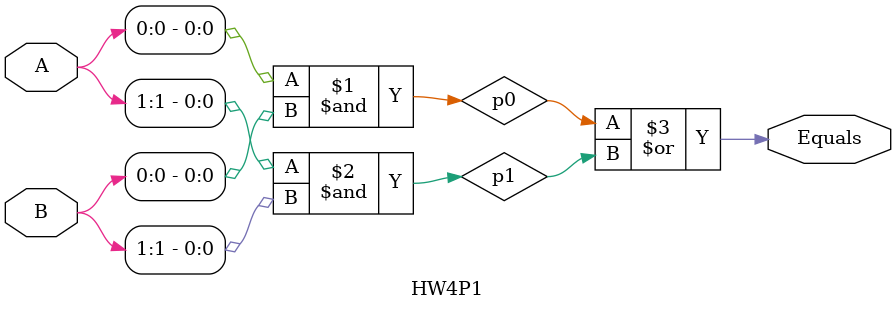
<source format=v>
/*
--------------------------------------------------------------------------------
--                                                                            --
--               Application Assignment 4 Module 1 Course 2                   --
--                                                                            --
--------------------------------------------------------------------------------
--
-- [Replace [items in brackets] with your content]
-- @file HW4P1.v
-- @brief 2-bit Comparator
-- @version: 1.0 
-- Date of current revision:  @date [YYYY-MM-DD]  
-- Target FPGA: [Intel Altera MAX10] 
-- Tools used: [Quartus Prime 16.1] for editing and synthesis 
--             [Modeltech ModelSIM 10.4a Student Edition] for simulation 
--             [Quartus Prime 16.1]  for place and route if applied
--             
--  Functional Description:  This file contains the VHDL which describes the 
--               FPGA implementation of a Majority Vote Circuit. The inputs are  
--               signals A, B, C with one output Y that is true only if at  
--               least 2 of the inputs are true.
 
--  Hierarchy:  There is only one level in this simple design.
--  
--  Designed for: [Customer] 
--                [Address]
--                [City, ST ZIP]
--                [www.customer, phone number]
--  Designed by:  @author [your name] 
--                [Organization]
--                [email] 
-- 
--      Copyright (c) 2019 by Tim Scherr
--
-- Redistribution, modification or use of this software in source or binary
-- forms is permitted as long as the files maintain this copyright. Users are
-- permitted to modify this and use it to learn about the field of HDl code.
-- Tim Scherr and the University of Colorado are not liable for any misuse
-- of this material.
------------------------------------------------------------------------------
-- 
-- References and Resources:
--  - Followed example code from Chu Textbook Chapter 2
*/


module HW4P1 (
   input wire[1:0] A, B,
   output wire Equals
);

	wire p0, p1;
	
	assign p0 = A[0] & B[0];
	assign p1 = A[1] & B[1];
	
	// Sum of product terms
	assign Equals = p0 | p1;

endmodule
    
</source>
